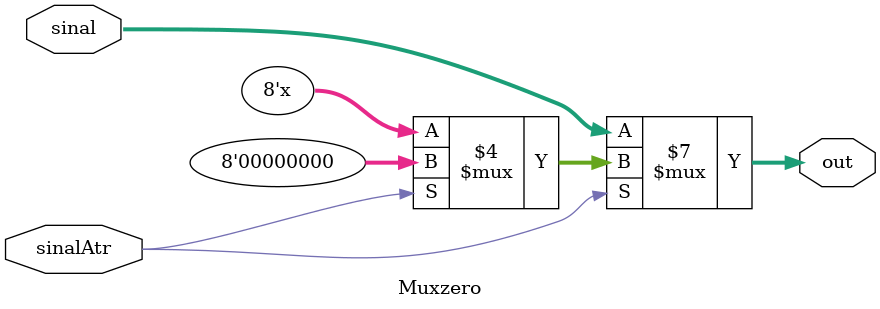
<source format=v>
module Muxzero(sinal, sinalAtr, out);

// inputs
input[7:0] sinal;		// valor de um registrador
input sinalAtr;		// sinal de controle emitido pela instrucao atr

// outputs
output reg[7:0] out;

// se for instrucao atr retorna valor do registrador zero
always @(sinal, sinalAtr)
	begin
		if(sinalAtr == 1'b0)	out <= sinal;
		else if(sinalAtr == 1'b1)	out <= 8'b00000000;	
	end

endmodule

</source>
